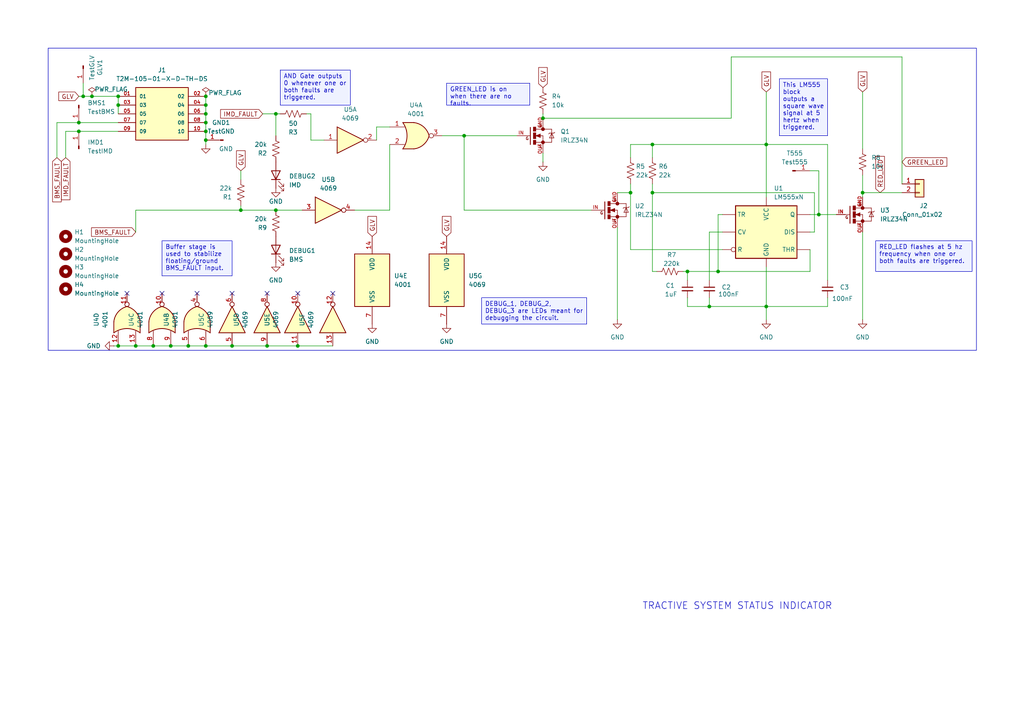
<source format=kicad_sch>
(kicad_sch (version 20250114) (generator "eeschema") (generator_version "9.0")
  (paper "A4")
  (lib_symbols
    (symbol "4xxx:4001" (pin_names (offset 1.016))
      (property "Reference" "U" (at 0 1.27 0))
      (property "Value" "4001" (at 0 -1.27 0))
      (symbol "4001_1_1"
        (arc (start -3.81 3.81) (mid -2.589 0) (end -3.81 -3.81) (stroke (width 0.254)))
        (polyline (pts (xy -3.81 3.81) (xy -0.635 3.81)) (stroke (width 0.254)) (fill (type background)))
        (polyline (pts (xy -3.81 -3.81) (xy -0.635 -3.81)) (stroke (width 0.254)) (fill (type background)))
        (arc (start 3.81 0) (mid 2.1855 -2.584) (end -0.6096 -3.81) (stroke (width 0.254)) (fill (type background)))
        (arc (start -0.6096 3.81) (mid 2.1928 2.5924) (end 3.81 0) (stroke (width 0.254)) (fill (type background)))
        (polyline (pts (xy -0.635 3.81) (xy -3.81 3.81) (xy -3.81 3.81) (xy -3.556 3.4036) (xy -3.0226 2.2606) (xy -2.6924 1.0414) (xy -2.6162 -0.254) (xy -2.7686 -1.4986) (xy -3.175 -2.7178) (xy -3.81 -3.81) (xy -3.81 -3.81) (xy -0.635 -3.81)) (stroke (width -25.4)) (fill (type background)))
        (pin input line (at -7.62 2.54 0) (length 4.318) (name "~") (number "1"))
        (pin input line (at -7.62 -2.54 0) (length 4.318) (name "~") (number "2"))
        (pin output inverted (at 7.62 0 180) (length 3.81) (name "~") (number "3"))
      )
      (symbol "4001_1_2"
        (arc (start 0 3.81) (mid 3.7934 0) (end 0 -3.81) (stroke (width 0.254)) (fill (type background)))
        (polyline (pts (xy 0 3.81) (xy -3.81 3.81) (xy -3.81 -3.81) (xy 0 -3.81)) (stroke (width 0.254)) (fill (type background)))
        (pin input inverted (at -7.62 2.54 0) (length 3.81) (name "~") (number "1"))
        (pin input inverted (at -7.62 -2.54 0) (length 3.81) (name "~") (number "2"))
        (pin output line (at 7.62 0 180) (length 3.81) (name "~") (number "3"))
      )
      (symbol "4001_2_1"
        (arc (start -3.81 3.81) (mid -2.589 0) (end -3.81 -3.81) (stroke (width 0.254)))
        (polyline (pts (xy -3.81 3.81) (xy -0.635 3.81)) (stroke (width 0.254)) (fill (type background)))
        (polyline (pts (xy -3.81 -3.81) (xy -0.635 -3.81)) (stroke (width 0.254)) (fill (type background)))
        (arc (start 3.81 0) (mid 2.1855 -2.584) (end -0.6096 -3.81) (stroke (width 0.254)) (fill (type background)))
        (arc (start -0.6096 3.81) (mid 2.1928 2.5924) (end 3.81 0) (stroke (width 0.254)) (fill (type background)))
        (polyline (pts (xy -0.635 3.81) (xy -3.81 3.81) (xy -3.81 3.81) (xy -3.556 3.4036) (xy -3.0226 2.2606) (xy -2.6924 1.0414) (xy -2.6162 -0.254) (xy -2.7686 -1.4986) (xy -3.175 -2.7178) (xy -3.81 -3.81) (xy -3.81 -3.81) (xy -0.635 -3.81)) (stroke (width -25.4)) (fill (type background)))
        (pin input line (at -7.62 2.54 0) (length 4.318) (name "~") (number "5"))
        (pin input line (at -7.62 -2.54 0) (length 4.318) (name "~") (number "6"))
        (pin output inverted (at 7.62 0 180) (length 3.81) (name "~") (number "4"))
      )
      (symbol "4001_2_2"
        (arc (start 0 3.81) (mid 3.7934 0) (end 0 -3.81) (stroke (width 0.254)) (fill (type background)))
        (polyline (pts (xy 0 3.81) (xy -3.81 3.81) (xy -3.81 -3.81) (xy 0 -3.81)) (stroke (width 0.254)) (fill (type background)))
        (pin input inverted (at -7.62 2.54 0) (length 3.81) (name "~") (number "5"))
        (pin input inverted (at -7.62 -2.54 0) (length 3.81) (name "~") (number "6"))
        (pin output line (at 7.62 0 180) (length 3.81) (name "~") (number "4"))
      )
      (symbol "4001_3_1"
        (arc (start -3.81 3.81) (mid -2.589 0) (end -3.81 -3.81) (stroke (width 0.254)))
        (polyline (pts (xy -3.81 3.81) (xy -0.635 3.81)) (stroke (width 0.254)) (fill (type background)))
        (polyline (pts (xy -3.81 -3.81) (xy -0.635 -3.81)) (stroke (width 0.254)) (fill (type background)))
        (arc (start 3.81 0) (mid 2.1855 -2.584) (end -0.6096 -3.81) (stroke (width 0.254)) (fill (type background)))
        (arc (start -0.6096 3.81) (mid 2.1928 2.5924) (end 3.81 0) (stroke (width 0.254)) (fill (type background)))
        (polyline (pts (xy -0.635 3.81) (xy -3.81 3.81) (xy -3.81 3.81) (xy -3.556 3.4036) (xy -3.0226 2.2606) (xy -2.6924 1.0414) (xy -2.6162 -0.254) (xy -2.7686 -1.4986) (xy -3.175 -2.7178) (xy -3.81 -3.81) (xy -3.81 -3.81) (xy -0.635 -3.81)) (stroke (width -25.4)) (fill (type background)))
        (pin input line (at -7.62 2.54 0) (length 4.318) (name "~") (number "8"))
        (pin input line (at -7.62 -2.54 0) (length 4.318) (name "~") (number "9"))
        (pin output inverted (at 7.62 0 180) (length 3.81) (name "~") (number "10"))
      )
      (symbol "4001_3_2"
        (arc (start 0 3.81) (mid 3.7934 0) (end 0 -3.81) (stroke (width 0.254)) (fill (type background)))
        (polyline (pts (xy 0 3.81) (xy -3.81 3.81) (xy -3.81 -3.81) (xy 0 -3.81)) (stroke (width 0.254)) (fill (type background)))
        (pin input inverted (at -7.62 2.54 0) (length 3.81) (name "~") (number "8"))
        (pin input inverted (at -7.62 -2.54 0) (length 3.81) (name "~") (number "9"))
        (pin output line (at 7.62 0 180) (length 3.81) (name "~") (number "10"))
      )
      (symbol "4001_4_1"
        (arc (start -3.81 3.81) (mid -2.589 0) (end -3.81 -3.81) (stroke (width 0.254)))
        (polyline (pts (xy -3.81 3.81) (xy -0.635 3.81)) (stroke (width 0.254)) (fill (type background)))
        (polyline (pts (xy -3.81 -3.81) (xy -0.635 -3.81)) (stroke (width 0.254)) (fill (type background)))
        (arc (start 3.81 0) (mid 2.1855 -2.584) (end -0.6096 -3.81) (stroke (width 0.254)) (fill (type background)))
        (arc (start -0.6096 3.81) (mid 2.1928 2.5924) (end 3.81 0) (stroke (width 0.254)) (fill (type background)))
        (polyline (pts (xy -0.635 3.81) (xy -3.81 3.81) (xy -3.81 3.81) (xy -3.556 3.4036) (xy -3.0226 2.2606) (xy -2.6924 1.0414) (xy -2.6162 -0.254) (xy -2.7686 -1.4986) (xy -3.175 -2.7178) (xy -3.81 -3.81) (xy -3.81 -3.81) (xy -0.635 -3.81)) (stroke (width -25.4)) (fill (type background)))
        (pin input line (at -7.62 2.54 0) (length 4.318) (name "~") (number "12"))
        (pin input line (at -7.62 -2.54 0) (length 4.318) (name "~") (number "13"))
        (pin output inverted (at 7.62 0 180) (length 3.81) (name "~") (number "11"))
      )
      (symbol "4001_4_2"
        (arc (start 0 3.81) (mid 3.7934 0) (end 0 -3.81) (stroke (width 0.254)) (fill (type background)))
        (polyline (pts (xy 0 3.81) (xy -3.81 3.81) (xy -3.81 -3.81) (xy 0 -3.81)) (stroke (width 0.254)) (fill (type background)))
        (pin input inverted (at -7.62 2.54 0) (length 3.81) (name "~") (number "12"))
        (pin input inverted (at -7.62 -2.54 0) (length 3.81) (name "~") (number "13"))
        (pin output line (at 7.62 0 180) (length 3.81) (name "~") (number "11"))
      )
      (symbol "4001_5_0"
        (pin power_in line (at 0 12.7 270) (length 5.08) (name "VDD") (number "14"))
        (pin power_in line (at 0 -12.7 90) (length 5.08) (name "VSS") (number "7"))
      )
      (symbol "4001_5_1"
        (rectangle (start -5.08 7.62) (end 5.08 -7.62) (stroke (width 0.254)) (fill (type background)))
      )
    )
    (symbol "4xxx:4069" (pin_names (offset 1.016))
      (property "Reference" "U" (at 0 1.27 0))
      (property "Value" "4069" (at 0 -1.27 0))
      (symbol "4069_1_0"
        (polyline (pts (xy -3.81 3.81) (xy -3.81 -3.81) (xy 3.81 0) (xy -3.81 3.81)) (stroke (width 0.254)) (fill (type background)))
        (pin input line (at -7.62 0 0) (length 3.81) (name "~") (number "1"))
        (pin output inverted (at 7.62 0 180) (length 3.81) (name "~") (number "2"))
      )
      (symbol "4069_2_0"
        (polyline (pts (xy -3.81 3.81) (xy -3.81 -3.81) (xy 3.81 0) (xy -3.81 3.81)) (stroke (width 0.254)) (fill (type background)))
        (pin input line (at -7.62 0 0) (length 3.81) (name "~") (number "3"))
        (pin output inverted (at 7.62 0 180) (length 3.81) (name "~") (number "4"))
      )
      (symbol "4069_3_0"
        (polyline (pts (xy -3.81 3.81) (xy -3.81 -3.81) (xy 3.81 0) (xy -3.81 3.81)) (stroke (width 0.254)) (fill (type background)))
        (pin input line (at -7.62 0 0) (length 3.81) (name "~") (number "5"))
        (pin output inverted (at 7.62 0 180) (length 3.81) (name "~") (number "6"))
      )
      (symbol "4069_4_0"
        (polyline (pts (xy -3.81 3.81) (xy -3.81 -3.81) (xy 3.81 0) (xy -3.81 3.81)) (stroke (width 0.254)) (fill (type background)))
        (pin input line (at -7.62 0 0) (length 3.81) (name "~") (number "9"))
        (pin output inverted (at 7.62 0 180) (length 3.81) (name "~") (number "8"))
      )
      (symbol "4069_5_0"
        (polyline (pts (xy -3.81 3.81) (xy -3.81 -3.81) (xy 3.81 0) (xy -3.81 3.81)) (stroke (width 0.254)) (fill (type background)))
        (pin input line (at -7.62 0 0) (length 3.81) (name "~") (number "11"))
        (pin output inverted (at 7.62 0 180) (length 3.81) (name "~") (number "10"))
      )
      (symbol "4069_6_0"
        (polyline (pts (xy -3.81 3.81) (xy -3.81 -3.81) (xy 3.81 0) (xy -3.81 3.81)) (stroke (width 0.254)) (fill (type background)))
        (pin input line (at -7.62 0 0) (length 3.81) (name "~") (number "13"))
        (pin output inverted (at 7.62 0 180) (length 3.81) (name "~") (number "12"))
      )
      (symbol "4069_7_0"
        (pin power_in line (at 0 12.7 270) (length 5.08) (name "VDD") (number "14"))
        (pin power_in line (at 0 -12.7 90) (length 5.08) (name "VSS") (number "7"))
      )
      (symbol "4069_7_1"
        (rectangle (start -5.08 7.62) (end 5.08 -7.62) (stroke (width 0.254)) (fill (type background)))
      )
    )
    (symbol "Connector:Conn_01x01_Pin" (pin_names (offset 1.016) (hide yes))
      (property "Reference" "J" (at 0 2.54 0))
      (property "Value" "Conn_01x01_Pin" (at 0 -2.54 0))
      (symbol "Conn_01x01_Pin_1_1"
        (rectangle (start 0.8636 0.127) (end 0 -0.127) (stroke (width 0.1524)) (fill (type outline)))
        (polyline (pts (xy 1.27 0) (xy 0.8636 0)) (stroke (width 0.1524)))
        (pin passive line (at 5.08 0 180) (length 3.81) (name "Pin_1") (number "1"))
      )
    )
    (symbol "Connector_Generic:Conn_01x02" (pin_names (offset 1.016) (hide yes))
      (property "Reference" "J" (at 0 2.54 0))
      (property "Value" "Conn_01x02" (at 0 -5.08 0))
      (symbol "Conn_01x02_1_1"
        (rectangle (start -1.27 1.27) (end 1.27 -3.81) (stroke (width 0.254)) (fill (type background)))
        (rectangle (start -1.27 0.127) (end 0 -0.127) (stroke (width 0.1524)))
        (rectangle (start -1.27 -2.413) (end 0 -2.667) (stroke (width 0.1524)))
        (pin passive line (at -5.08 0 0) (length 3.81) (name "Pin_1") (number "1"))
        (pin passive line (at -5.08 -2.54 0) (length 3.81) (name "Pin_2") (number "2"))
      )
    )
    (symbol "Device:C_Small" (pin_numbers (hide yes)) (pin_names (offset 0.254) (hide yes))
      (property "Reference" "C" (at 0.254 1.778 0))
      (property "Value" "C_Small" (at 0.254 -2.032 0))
      (symbol "C_Small_0_1"
        (polyline (pts (xy -1.524 0.508) (xy 1.524 0.508)) (stroke (width 0.3048)))
        (polyline (pts (xy -1.524 -0.508) (xy 1.524 -0.508)) (stroke (width 0.3302)))
      )
      (symbol "C_Small_1_1"
        (pin passive line (at 0 2.54 270) (length 2.032) (name "~") (number "1"))
        (pin passive line (at 0 -2.54 90) (length 2.032) (name "~") (number "2"))
      )
    )
    (symbol "Device:LED" (pin_numbers (hide yes)) (pin_names (offset 1.016) (hide yes))
      (property "Reference" "D" (at 0 2.54 0))
      (property "Value" "LED" (at 0 -2.54 0))
      (symbol "LED_0_1"
        (polyline (pts (xy -3.048 -0.762) (xy -4.572 -2.286) (xy -3.81 -2.286) (xy -4.572 -2.286) (xy -4.572 -1.524)))
        (polyline (pts (xy -1.778 -0.762) (xy -3.302 -2.286) (xy -2.54 -2.286) (xy -3.302 -2.286) (xy -3.302 -1.524)))
        (polyline (pts (xy -1.27 0) (xy 1.27 0)))
        (polyline (pts (xy -1.27 -1.27) (xy -1.27 1.27)) (stroke (width 0.254)))
        (polyline (pts (xy 1.27 -1.27) (xy 1.27 1.27) (xy -1.27 0) (xy 1.27 -1.27)) (stroke (width 0.254)))
      )
      (symbol "LED_1_1"
        (pin passive line (at -3.81 0 0) (length 2.54) (name "K") (number "1"))
        (pin passive line (at 3.81 0 180) (length 2.54) (name "A") (number "2"))
      )
    )
    (symbol "Device:R_US" (pin_numbers (hide yes)) (pin_names (offset 0))
      (property "Reference" "R" (at 2.54 0 90))
      (property "Value" "R_US" (at -2.54 0 90))
      (symbol "R_US_0_1"
        (polyline (pts (xy 0 2.286) (xy 0 2.54)))
        (polyline (pts (xy 0 2.286) (xy 1.016 1.905) (xy 0 1.524) (xy -1.016 1.143) (xy 0 0.762)))
        (polyline (pts (xy 0 0.762) (xy 1.016 0.381) (xy 0 0) (xy -1.016 -0.381) (xy 0 -0.762)))
        (polyline (pts (xy 0 -0.762) (xy 1.016 -1.143) (xy 0 -1.524) (xy -1.016 -1.905) (xy 0 -2.286)))
        (polyline (pts (xy 0 -2.286) (xy 0 -2.54)))
      )
      (symbol "R_US_1_1"
        (pin passive line (at 0 3.81 270) (length 1.27) (name "~") (number "1"))
        (pin passive line (at 0 -3.81 90) (length 1.27) (name "~") (number "2"))
      )
    )
    (symbol "IRLZ34N:IRLZ34N" (pin_names (offset 1.016))
      (property "Reference" "U" (at 5.0824 2.5412 0))
      (property "Value" "IRLZ34N" (at 5.0935 0 0))
      (symbol "IRLZ34N_0_0"
        (polyline (pts (xy -3.81 0) (xy -5.08 0)) (stroke (width 0.1524)))
        (polyline (pts (xy -3.6576 2.413) (xy -3.6576 -2.54)) (stroke (width 0.254)))
        (rectangle (start -2.8035 -2.5486) (end -2.032 -1.27) (stroke (width 0.1)) (fill (type outline)))
        (rectangle (start -2.8025 1.2739) (end -2.032 2.54) (stroke (width 0.1)) (fill (type outline)))
        (rectangle (start -2.7953 -0.8894) (end -2.032 0.889) (stroke (width 0.1)) (fill (type outline)))
        (polyline (pts (xy -2.032 0) (xy -0.762 -0.508)) (stroke (width 0.1524)))
        (polyline (pts (xy -2.032 -1.905) (xy 0 -1.905)) (stroke (width 0.1524)))
        (polyline (pts (xy -1.778 0) (xy -0.889 -0.254)) (stroke (width 0.3048)))
        (polyline (pts (xy -0.889 0.254) (xy -1.778 0)) (stroke (width 0.3048)))
        (polyline (pts (xy -0.889 0) (xy -1.143 0)) (stroke (width 0.3048)))
        (polyline (pts (xy -0.889 0) (xy 0 0)) (stroke (width 0.1524)))
        (polyline (pts (xy -0.889 -0.254) (xy -0.889 0)) (stroke (width 0.3048)))
        (polyline (pts (xy -0.762 0.508) (xy -2.032 0)) (stroke (width 0.1524)))
        (polyline (pts (xy -0.762 -0.508) (xy -0.762 0.508)) (stroke (width 0.1524)))
        (polyline (pts (xy 0 2.54) (xy 0 1.905)) (stroke (width 0.1524)))
        (circle (center 0 1.905) (radius 0.127) (stroke (width 0.4064)))
        (polyline (pts (xy 0 1.905) (xy -2.0066 1.905)) (stroke (width 0.1524)))
        (polyline (pts (xy 0 1.905) (xy 2.54 1.905)) (stroke (width 0.1524)))
        (polyline (pts (xy 0 0) (xy 0 -1.905)) (stroke (width 0.1524)))
        (polyline (pts (xy 0 -1.905) (xy 0 -2.54)) (stroke (width 0.1524)))
        (circle (center 0 -1.905) (radius 0.127) (stroke (width 0.4064)))
        (polyline (pts (xy 1.905 0.762) (xy 1.651 0.508)) (stroke (width 0.1524)))
        (polyline (pts (xy 1.905 0.762) (xy 2.54 0.762)) (stroke (width 0.1524)))
        (polyline (pts (xy 1.905 -0.635) (xy 3.175 -0.635)) (stroke (width 0.1524)))
        (polyline (pts (xy 2.54 1.905) (xy 2.54 0.762)) (stroke (width 0.1524)))
        (polyline (pts (xy 2.54 0.762) (xy 1.905 -0.635)) (stroke (width 0.1524)))
        (polyline (pts (xy 2.54 0.762) (xy 2.54 -1.905)) (stroke (width 0.1524)))
        (polyline (pts (xy 2.54 0.762) (xy 3.175 0.762)) (stroke (width 0.1524)))
        (polyline (pts (xy 2.54 -1.905) (xy 0 -1.905)) (stroke (width 0.1524)))
        (polyline (pts (xy 3.175 0.762) (xy 3.429 1.016)) (stroke (width 0.1524)))
        (polyline (pts (xy 3.175 -0.635) (xy 2.54 0.762)) (stroke (width 0.1524)))
        (text "G" (at -5.0938 -1.2735 0) (effects (font (size 0.815 0.815)) (justify left bottom)))
        (text "S" (at -1.2741 -3.5676 0) (effects (font (size 0.8154 0.8154)) (justify left bottom)))
        (text "D" (at -1.2712 2.5424 0) (effects (font (size 0.8136 0.8136)) (justify left bottom)))
        (pin passive line (at -7.62 0 0) (length 2.54) (name "~") (number "IN"))
        (pin passive line (at 0 5.08 270) (length 2.54) (name "~") (number "GND"))
        (pin passive line (at 0 -5.08 90) (length 2.54) (name "~") (number "OUT"))
      )
    )
    (symbol "IRLZ34N_1" (pin_names (offset 1.016))
      (property "Reference" "U" (at 5.0824 2.5412 0))
      (property "Value" "IRLZ34N" (at 5.0935 0 0))
      (symbol "IRLZ34N_1_0_0"
        (polyline (pts (xy -3.81 0) (xy -5.08 0)) (stroke (width 0.1524)))
        (polyline (pts (xy -3.6576 2.413) (xy -3.6576 -2.54)) (stroke (width 0.254)))
        (rectangle (start -2.8035 -2.5486) (end -2.032 -1.27) (stroke (width 0.1)) (fill (type outline)))
        (rectangle (start -2.8025 1.2739) (end -2.032 2.54) (stroke (width 0.1)) (fill (type outline)))
        (rectangle (start -2.7953 -0.8894) (end -2.032 0.889) (stroke (width 0.1)) (fill (type outline)))
        (polyline (pts (xy -2.032 0) (xy -0.762 -0.508)) (stroke (width 0.1524)))
        (polyline (pts (xy -2.032 -1.905) (xy 0 -1.905)) (stroke (width 0.1524)))
        (polyline (pts (xy -1.778 0) (xy -0.889 -0.254)) (stroke (width 0.3048)))
        (polyline (pts (xy -0.889 0.254) (xy -1.778 0)) (stroke (width 0.3048)))
        (polyline (pts (xy -0.889 0) (xy -1.143 0)) (stroke (width 0.3048)))
        (polyline (pts (xy -0.889 0) (xy 0 0)) (stroke (width 0.1524)))
        (polyline (pts (xy -0.889 -0.254) (xy -0.889 0)) (stroke (width 0.3048)))
        (polyline (pts (xy -0.762 0.508) (xy -2.032 0)) (stroke (width 0.1524)))
        (polyline (pts (xy -0.762 -0.508) (xy -0.762 0.508)) (stroke (width 0.1524)))
        (polyline (pts (xy 0 2.54) (xy 0 1.905)) (stroke (width 0.1524)))
        (circle (center 0 1.905) (radius 0.127) (stroke (width 0.4064)))
        (polyline (pts (xy 0 1.905) (xy -2.0066 1.905)) (stroke (width 0.1524)))
        (polyline (pts (xy 0 1.905) (xy 2.54 1.905)) (stroke (width 0.1524)))
        (polyline (pts (xy 0 0) (xy 0 -1.905)) (stroke (width 0.1524)))
        (polyline (pts (xy 0 -1.905) (xy 0 -2.54)) (stroke (width 0.1524)))
        (circle (center 0 -1.905) (radius 0.127) (stroke (width 0.4064)))
        (polyline (pts (xy 1.905 0.762) (xy 1.651 0.508)) (stroke (width 0.1524)))
        (polyline (pts (xy 1.905 0.762) (xy 2.54 0.762)) (stroke (width 0.1524)))
        (polyline (pts (xy 1.905 -0.635) (xy 3.175 -0.635)) (stroke (width 0.1524)))
        (polyline (pts (xy 2.54 1.905) (xy 2.54 0.762)) (stroke (width 0.1524)))
        (polyline (pts (xy 2.54 0.762) (xy 1.905 -0.635)) (stroke (width 0.1524)))
        (polyline (pts (xy 2.54 0.762) (xy 2.54 -1.905)) (stroke (width 0.1524)))
        (polyline (pts (xy 2.54 0.762) (xy 3.175 0.762)) (stroke (width 0.1524)))
        (polyline (pts (xy 2.54 -1.905) (xy 0 -1.905)) (stroke (width 0.1524)))
        (polyline (pts (xy 3.175 0.762) (xy 3.429 1.016)) (stroke (width 0.1524)))
        (polyline (pts (xy 3.175 -0.635) (xy 2.54 0.762)) (stroke (width 0.1524)))
        (text "G" (at -5.0938 -1.2735 0) (effects (font (size 0.815 0.815)) (justify left bottom)))
        (text "S" (at -1.2741 -3.5676 0) (effects (font (size 0.8154 0.8154)) (justify left bottom)))
        (text "D" (at -1.2712 2.5424 0) (effects (font (size 0.8136 0.8136)) (justify left bottom)))
      )
      (symbol "IRLZ34N_1_1_0"
        (pin passive line (at -7.62 0 0) (length 2.54) (name "~") (number "IN"))
        (pin passive line (at 0 5.08 270) (length 2.54) (name "~") (number "GND"))
        (pin passive line (at 0 -5.08 90) (length 2.54) (name "~") (number "OUT"))
      )
    )
    (symbol "IRLZ34N_2" (pin_names (offset 1.016))
      (property "Reference" "U" (at 5.0824 2.5412 0))
      (property "Value" "IRLZ34N" (at 5.0935 0 0))
      (symbol "IRLZ34N_2_0_0"
        (polyline (pts (xy -3.81 0) (xy -5.08 0)) (stroke (width 0.1524)))
        (polyline (pts (xy -3.6576 2.413) (xy -3.6576 -2.54)) (stroke (width 0.254)))
        (rectangle (start -2.8035 -2.5486) (end -2.032 -1.27) (stroke (width 0.1)) (fill (type outline)))
        (rectangle (start -2.8025 1.2739) (end -2.032 2.54) (stroke (width 0.1)) (fill (type outline)))
        (rectangle (start -2.7953 -0.8894) (end -2.032 0.889) (stroke (width 0.1)) (fill (type outline)))
        (polyline (pts (xy -2.032 0) (xy -0.762 -0.508)) (stroke (width 0.1524)))
        (polyline (pts (xy -2.032 -1.905) (xy 0 -1.905)) (stroke (width 0.1524)))
        (polyline (pts (xy -1.778 0) (xy -0.889 -0.254)) (stroke (width 0.3048)))
        (polyline (pts (xy -0.889 0.254) (xy -1.778 0)) (stroke (width 0.3048)))
        (polyline (pts (xy -0.889 0) (xy -1.143 0)) (stroke (width 0.3048)))
        (polyline (pts (xy -0.889 0) (xy 0 0)) (stroke (width 0.1524)))
        (polyline (pts (xy -0.889 -0.254) (xy -0.889 0)) (stroke (width 0.3048)))
        (polyline (pts (xy -0.762 0.508) (xy -2.032 0)) (stroke (width 0.1524)))
        (polyline (pts (xy -0.762 -0.508) (xy -0.762 0.508)) (stroke (width 0.1524)))
        (polyline (pts (xy 0 2.54) (xy 0 1.905)) (stroke (width 0.1524)))
        (circle (center 0 1.905) (radius 0.127) (stroke (width 0.4064)))
        (polyline (pts (xy 0 1.905) (xy -2.0066 1.905)) (stroke (width 0.1524)))
        (polyline (pts (xy 0 1.905) (xy 2.54 1.905)) (stroke (width 0.1524)))
        (polyline (pts (xy 0 0) (xy 0 -1.905)) (stroke (width 0.1524)))
        (polyline (pts (xy 0 -1.905) (xy 0 -2.54)) (stroke (width 0.1524)))
        (circle (center 0 -1.905) (radius 0.127) (stroke (width 0.4064)))
        (polyline (pts (xy 1.905 0.762) (xy 1.651 0.508)) (stroke (width 0.1524)))
        (polyline (pts (xy 1.905 0.762) (xy 2.54 0.762)) (stroke (width 0.1524)))
        (polyline (pts (xy 1.905 -0.635) (xy 3.175 -0.635)) (stroke (width 0.1524)))
        (polyline (pts (xy 2.54 1.905) (xy 2.54 0.762)) (stroke (width 0.1524)))
        (polyline (pts (xy 2.54 0.762) (xy 1.905 -0.635)) (stroke (width 0.1524)))
        (polyline (pts (xy 2.54 0.762) (xy 2.54 -1.905)) (stroke (width 0.1524)))
        (polyline (pts (xy 2.54 0.762) (xy 3.175 0.762)) (stroke (width 0.1524)))
        (polyline (pts (xy 2.54 -1.905) (xy 0 -1.905)) (stroke (width 0.1524)))
        (polyline (pts (xy 3.175 0.762) (xy 3.429 1.016)) (stroke (width 0.1524)))
        (polyline (pts (xy 3.175 -0.635) (xy 2.54 0.762)) (stroke (width 0.1524)))
        (text "G" (at -5.0938 -1.2735 0) (effects (font (size 0.815 0.815)) (justify left bottom)))
        (text "S" (at -1.2741 -3.5676 0) (effects (font (size 0.8154 0.8154)) (justify left bottom)))
        (text "D" (at -1.2712 2.5424 0) (effects (font (size 0.8136 0.8136)) (justify left bottom)))
      )
      (symbol "IRLZ34N_2_1_0"
        (pin passive line (at -7.62 0 0) (length 2.54) (name "~") (number "IN"))
        (pin passive line (at 0 5.08 270) (length 2.54) (name "~") (number "GND"))
        (pin passive line (at 0 -5.08 90) (length 2.54) (name "~") (number "OUT"))
      )
    )
    (symbol "Mechanical:MountingHole" (pin_names (offset 1.016)) (exclude_from_sim yes) (in_bom no)
      (property "Reference" "H" (at 0 5.08 0))
      (property "Value" "MountingHole" (at 0 3.175 0))
      (symbol "MountingHole_0_1"
        (circle (center 0 0) (radius 1.27) (stroke (width 1.27)))
      )
    )
    (symbol "MountingHole_1" (pin_names (offset 1.016)) (exclude_from_sim yes) (in_bom no)
      (property "Reference" "H" (at 0 5.08 0))
      (property "Value" "MountingHole" (at 0 3.175 0))
      (symbol "MountingHole_1_0_1"
        (circle (center 0 0) (radius 1.27) (stroke (width 1.27)))
      )
    )
    (symbol "MountingHole_2" (pin_names (offset 1.016)) (exclude_from_sim yes) (in_bom no)
      (property "Reference" "H" (at 0 5.08 0))
      (property "Value" "MountingHole" (at 0 3.175 0))
      (symbol "MountingHole_2_0_1"
        (circle (center 0 0) (radius 1.27) (stroke (width 1.27)))
      )
    )
    (symbol "MountingHole_3" (pin_names (offset 1.016)) (exclude_from_sim yes) (in_bom no)
      (property "Reference" "H" (at 0 5.08 0))
      (property "Value" "MountingHole" (at 0 3.175 0))
      (symbol "MountingHole_3_0_1"
        (circle (center 0 0) (radius 1.27) (stroke (width 1.27)))
      )
    )
    (symbol "T2M-105-01-X-D-TH-DS:T2M-105-01-X-D-TH-DS" (pin_names (offset 1.016))
      (property "Reference" "J" (at -7.62 8.382 0))
      (property "Value" "T2M-105-01-X-D-TH-DS" (at -7.62 -10.16 0))
      (symbol "T2M-105-01-X-D-TH-DS_0_0"
        (rectangle (start -7.62 -7.62) (end 7.62 7.62) (stroke (width 0.254)) (fill (type background)))
        (pin passive line (at -12.7 5.08 0) (length 5.08) (name "01") (number "01"))
        (pin passive line (at -12.7 2.54 0) (length 5.08) (name "03") (number "03"))
        (pin passive line (at -12.7 0 0) (length 5.08) (name "05") (number "05"))
        (pin passive line (at -12.7 -2.54 0) (length 5.08) (name "07") (number "07"))
        (pin passive line (at -12.7 -5.08 0) (length 5.08) (name "09") (number "09"))
        (pin passive line (at 12.7 5.08 180) (length 5.08) (name "02") (number "02"))
        (pin passive line (at 12.7 2.54 180) (length 5.08) (name "04") (number "04"))
        (pin passive line (at 12.7 0 180) (length 5.08) (name "06") (number "06"))
        (pin passive line (at 12.7 -2.54 180) (length 5.08) (name "08") (number "08"))
        (pin passive line (at 12.7 -5.08 180) (length 5.08) (name "10") (number "10"))
      )
    )
    (symbol "Timer:LM555xN" (pin_numbers (hide yes))
      (property "Reference" "U" (at -10.16 8.89 0))
      (property "Value" "LM555xN" (at 2.54 8.89 0))
      (symbol "LM555xN_0_0"
        (pin power_in line (at 0 10.16 270) (length 2.54) (name "VCC") (number "8"))
        (pin power_in line (at 0 -10.16 90) (length 2.54) (name "GND") (number "1"))
      )
      (symbol "LM555xN_0_1"
        (rectangle (start -8.89 -7.62) (end 8.89 7.62) (stroke (width 0.254)) (fill (type background)))
        (rectangle (start -8.89 -7.62) (end 8.89 7.62) (stroke (width 0.254)) (fill (type background)))
      )
      (symbol "LM555xN_1_1"
        (pin input line (at -12.7 5.08 0) (length 3.81) (name "TR") (number "2"))
        (pin input line (at -12.7 0 0) (length 3.81) (name "CV") (number "5"))
        (pin input inverted (at -12.7 -5.08 0) (length 3.81) (name "R") (number "4"))
        (pin output line (at 12.7 5.08 180) (length 3.81) (name "Q") (number "3"))
        (pin input line (at 12.7 0 180) (length 3.81) (name "DIS") (number "7"))
        (pin input line (at 12.7 -5.08 180) (length 3.81) (name "THR") (number "6"))
      )
    )
    (symbol "power:GND" (power) (pin_numbers (hide yes)) (pin_names (offset 0) (hide yes))
      (property "Value" "GND" (at 0 -3.81 0))
      (symbol "GND_0_1"
        (polyline (pts (xy 0 0) (xy 0 -1.27) (xy 1.27 -1.27) (xy 0 -2.54) (xy -1.27 -1.27) (xy 0 -1.27)))
      )
      (symbol "GND_1_1"
        (pin power_in line (at 0 0 270) (length 0) (name "~") (number "1"))
      )
    )
    (symbol "power:PWR_FLAG" (power) (pin_numbers (hide yes)) (pin_names (offset 0) (hide yes))
      (property "Value" "PWR_FLAG" (at 0 3.81 0))
      (symbol "PWR_FLAG_0_0"
        (pin power_out line (at 0 0 90) (length 0) (name "~") (number "1"))
      )
      (symbol "PWR_FLAG_0_1"
        (polyline (pts (xy 0 0) (xy 0 1.27) (xy -1.016 1.905) (xy 0 2.54) (xy 1.016 1.905) (xy 0 1.27)))
      )
    )
  )
  (rectangle (start 13.97 13.97) (end 283.21 101.6))
  (text "TRACTIVE SYSTEM STATUS INDICATOR\n\n\n" (at 213.868 179.07 0) (effects (font (size 2 2))))
  (text_box "RED_LED flashes at 5 hz frequency when one or both faults are triggered." (at 254 69.85 0) (size 27.94 8.89) (margins 0.9525 0.9525 0.9525 0.9525) (fill (type color) (color 239 242 255 1)) (effects (font (size 1.27 1.27)) (justify left top)))
  (text_box "This LM555 block outputs a square wave signal at 5 hertz when triggered." (at 226.06 22.86 0) (size 13.97 16.51) (margins 0.9525 0.9525 0.9525 0.9525) (fill (type color) (color 239 242 255 1)) (effects (font (size 1.27 1.27)) (justify left top)))
  (text_box "DEBUG_1, DEBUG_2, DEBUG_3 are LEDs meant for debugging the circuit.\n" (at 139.7 86.36 0) (size 30.48 7.62) (margins 0.9525 0.9525 0.9525 0.9525) (fill (type color) (color 239 242 255 1)) (effects (font (size 1.27 1.27)) (justify left top)))
  (text_box "AND Gate outputs 0 whenever one or both faults are triggered." (at 81.28 20.32 0) (size 20.32 10.16) (margins 0.9525 0.9525 0.9525 0.9525) (fill (type color) (color 239 242 255 1)) (effects (font (size 1.27 1.27)) (justify left top)))
  (text_box "Buffer stage is used to stabilize floating/ground BMS_FAULT input." (at 46.99 69.85 0) (size 20.32 10.16) (margins 0.9525 0.9525 0.9525 0.9525) (fill (type color) (color 239 242 255 1)) (effects (font (size 1.27 1.27)) (justify left top)))
  (text_box "GREEN_LED is on when there are no faults." (at 129.54 24.13 0) (size 24.13 6.35) (margins 0.9525 0.9525 0.9525 0.9525) (fill (type color) (color 239 242 255 1)) (effects (font (size 1.27 1.27)) (justify left top)))
  (junction (at 189.23 41.91))
  (junction (at 157.48 34.29))
  (junction (at 208.28 78.74))
  (junction (at 80.01 33.02))
  (junction (at 24.13 27.94))
  (junction (at 49.53 100.33))
  (junction (at 34.29 27.94))
  (junction (at 222.25 41.91))
  (junction (at 54.61 100.33))
  (junction (at 86.36 100.33))
  (junction (at 59.69 40.64))
  (junction (at 26.67 27.94))
  (junction (at 44.45 100.33))
  (junction (at 59.69 38.1))
  (junction (at 222.25 88.9))
  (junction (at 67.31 100.33))
  (junction (at 34.29 30.48))
  (junction (at 59.69 30.48))
  (junction (at 250.19 55.88))
  (junction (at 77.47 100.33))
  (junction (at 59.69 100.33))
  (junction (at 39.37 100.33))
  (junction (at 80.01 60.96))
  (junction (at 59.69 27.94))
  (junction (at 22.86 38.1))
  (junction (at 59.69 35.56))
  (junction (at 237.49 62.23))
  (junction (at 22.86 35.56))
  (junction (at 59.69 33.02))
  (junction (at 205.74 88.9))
  (junction (at 69.85 60.96))
  (junction (at 199.39 78.74))
  (junction (at 134.62 39.37))
  (junction (at 182.88 55.88))
  (junction (at 189.23 55.88))
  (junction (at 34.29 100.33))
  (no_connect (at 67.31 85.09))
  (no_connect (at 57.15 85.09))
  (no_connect (at 46.99 85.09))
  (no_connect (at 86.36 85.09))
  (no_connect (at 77.47 85.09))
  (no_connect (at 36.83 85.09))
  (no_connect (at 96.52 85.09))
  (wire (pts (xy 88.9 33.02) (xy 90.17 33.02)))
  (wire (pts (xy 198.12 78.74) (xy 199.39 78.74)))
  (wire (pts (xy 222.25 26.67) (xy 222.25 41.91)))
  (wire (pts (xy 16.51 35.56) (xy 22.86 35.56)))
  (wire (pts (xy 189.23 55.88) (xy 236.22 55.88)))
  (wire (pts (xy 240.03 41.91) (xy 222.25 41.91)))
  (wire (pts (xy 34.29 30.48) (xy 34.29 33.02)))
  (wire (pts (xy 134.62 39.37) (xy 149.86 39.37)))
  (wire (pts (xy 39.37 60.96) (xy 69.85 60.96)))
  (wire (pts (xy 179.07 66.04) (xy 179.07 92.71)))
  (wire (pts (xy 182.88 41.91) (xy 189.23 41.91)))
  (wire (pts (xy 199.39 78.74) (xy 208.28 78.74)))
  (wire (pts (xy 250.19 55.88) (xy 250.19 57.15)))
  (wire (pts (xy 134.62 60.96) (xy 171.45 60.96)))
  (wire (pts (xy 54.61 100.33) (xy 59.69 100.33)))
  (wire (pts (xy 234.95 72.39) (xy 234.95 78.74)))
  (wire (pts (xy 26.67 27.94) (xy 34.29 27.94)))
  (wire (pts (xy 24.13 24.13) (xy 24.13 27.94)))
  (wire (pts (xy 34.29 27.94) (xy 34.29 30.48)))
  (wire (pts (xy 199.39 81.28) (xy 199.39 78.74)))
  (wire (pts (xy 90.17 33.02) (xy 90.17 40.64)))
  (wire (pts (xy 76.2 33.02) (xy 80.01 33.02)))
  (wire (pts (xy 134.62 39.37) (xy 134.62 60.96)))
  (wire (pts (xy 80.01 33.02) (xy 81.28 33.02)))
  (wire (pts (xy 205.74 67.31) (xy 205.74 81.28)))
  (wire (pts (xy 19.05 38.1) (xy 22.86 38.1)))
  (wire (pts (xy 86.36 100.33) (xy 96.52 100.33)))
  (wire (pts (xy 222.25 41.91) (xy 189.23 41.91)))
  (wire (pts (xy 77.47 100.33) (xy 86.36 100.33)))
  (wire (pts (xy 182.88 53.34) (xy 182.88 55.88)))
  (wire (pts (xy 59.69 35.56) (xy 59.69 38.1)))
  (wire (pts (xy 22.86 38.1) (xy 34.29 38.1)))
  (wire (pts (xy 240.03 81.28) (xy 240.03 41.91)))
  (wire (pts (xy 182.88 72.39) (xy 209.55 72.39)))
  (wire (pts (xy 189.23 41.91) (xy 189.23 45.72)))
  (wire (pts (xy 69.85 59.69) (xy 69.85 60.96)))
  (wire (pts (xy 157.48 34.29) (xy 212.09 34.29)))
  (wire (pts (xy 59.69 100.33) (xy 67.31 100.33)))
  (wire (pts (xy 250.19 26.67) (xy 250.19 43.18)))
  (wire (pts (xy 222.25 88.9) (xy 240.03 88.9)))
  (wire (pts (xy 261.62 16.51) (xy 261.62 53.34)))
  (wire (pts (xy 199.39 88.9) (xy 199.39 86.36)))
  (wire (pts (xy 22.86 27.94) (xy 24.13 27.94)))
  (wire (pts (xy 16.51 45.72) (xy 16.51 35.56)))
  (wire (pts (xy 209.55 67.31) (xy 205.74 67.31)))
  (wire (pts (xy 109.22 40.64) (xy 109.22 36.83)))
  (wire (pts (xy 33.02 100.33) (xy 34.29 100.33)))
  (wire (pts (xy 222.25 88.9) (xy 222.25 92.71)))
  (wire (pts (xy 189.23 55.88) (xy 189.23 53.34)))
  (wire (pts (xy 250.19 67.31) (xy 250.19 92.71)))
  (wire (pts (xy 80.01 33.02) (xy 80.01 39.37)))
  (wire (pts (xy 49.53 100.33) (xy 54.61 100.33)))
  (wire (pts (xy 209.55 62.23) (xy 208.28 62.23)))
  (wire (pts (xy 208.28 62.23) (xy 208.28 78.74)))
  (wire (pts (xy 59.69 38.1) (xy 59.69 40.64)))
  (wire (pts (xy 59.69 30.48) (xy 59.69 33.02)))
  (wire (pts (xy 237.49 49.53) (xy 237.49 62.23)))
  (wire (pts (xy 59.69 27.94) (xy 59.69 30.48)))
  (wire (pts (xy 182.88 55.88) (xy 182.88 72.39)))
  (wire (pts (xy 19.05 45.72) (xy 19.05 38.1)))
  (wire (pts (xy 80.01 60.96) (xy 87.63 60.96)))
  (wire (pts (xy 212.09 34.29) (xy 212.09 16.51)))
  (wire (pts (xy 24.13 27.94) (xy 26.67 27.94)))
  (wire (pts (xy 212.09 16.51) (xy 261.62 16.51)))
  (wire (pts (xy 109.22 36.83) (xy 113.03 36.83)))
  (wire (pts (xy 128.27 39.37) (xy 134.62 39.37)))
  (wire (pts (xy 69.85 49.53) (xy 69.85 52.07)))
  (wire (pts (xy 205.74 88.9) (xy 222.25 88.9)))
  (wire (pts (xy 39.37 100.33) (xy 44.45 100.33)))
  (wire (pts (xy 236.22 67.31) (xy 236.22 55.88)))
  (wire (pts (xy 237.49 62.23) (xy 242.57 62.23)))
  (wire (pts (xy 234.95 67.31) (xy 236.22 67.31)))
  (wire (pts (xy 234.95 62.23) (xy 237.49 62.23)))
  (wire (pts (xy 90.17 40.64) (xy 93.98 40.64)))
  (wire (pts (xy 34.29 100.33) (xy 39.37 100.33)))
  (wire (pts (xy 189.23 55.88) (xy 189.23 78.74)))
  (wire (pts (xy 179.07 55.88) (xy 182.88 55.88)))
  (wire (pts (xy 157.48 33.02) (xy 157.48 34.29)))
  (wire (pts (xy 102.87 60.96) (xy 113.03 60.96)))
  (wire (pts (xy 240.03 88.9) (xy 240.03 86.36)))
  (wire (pts (xy 59.69 41.91) (xy 59.69 40.64)))
  (wire (pts (xy 39.37 67.31) (xy 39.37 60.96)))
  (wire (pts (xy 157.48 44.45) (xy 157.48 46.99)))
  (wire (pts (xy 205.74 86.36) (xy 205.74 88.9)))
  (wire (pts (xy 59.69 33.02) (xy 59.69 35.56)))
  (wire (pts (xy 222.25 77.47) (xy 222.25 88.9)))
  (wire (pts (xy 22.86 35.56) (xy 34.29 35.56)))
  (wire (pts (xy 234.95 49.53) (xy 237.49 49.53)))
  (wire (pts (xy 113.03 60.96) (xy 113.03 41.91)))
  (wire (pts (xy 250.19 55.88) (xy 261.62 55.88)))
  (wire (pts (xy 189.23 78.74) (xy 190.5 78.74)))
  (wire (pts (xy 44.45 100.33) (xy 49.53 100.33)))
  (wire (pts (xy 182.88 45.72) (xy 182.88 41.91)))
  (wire (pts (xy 69.85 60.96) (xy 80.01 60.96)))
  (wire (pts (xy 208.28 78.74) (xy 234.95 78.74)))
  (wire (pts (xy 250.19 50.8) (xy 250.19 55.88)))
  (wire (pts (xy 222.25 41.91) (xy 222.25 57.15)))
  (wire (pts (xy 199.39 88.9) (xy 205.74 88.9)))
  (wire (pts (xy 67.31 100.33) (xy 77.47 100.33)))
  (global_label "GLV" (shape input) (at 107.95 68.58 90) (property "Intersheetrefs" "${INTERSHEET_REFS}" (effects (hide yes))))
  (global_label "BMS_FAULT" (shape input) (at 39.37 67.31 180) (property "Intersheetrefs" "${INTERSHEET_REFS}" (effects (hide yes))))
  (global_label "GLV" (shape input) (at 129.54 68.58 90) (property "Intersheetrefs" "${INTERSHEET_REFS}" (effects (hide yes))))
  (global_label "RED_LED" (shape input) (at 255.27 55.88 90) (property "Intersheetrefs" "${INTERSHEET_REFS}" (effects (hide yes))))
  (global_label "IMD_FAULT" (shape input) (at 19.05 45.72 270) (property "Intersheetrefs" "${INTERSHEET_REFS}" (effects (hide yes))))
  (global_label "GREEN_LED" (shape input) (at 261.62 46.99 0) (property "Intersheetrefs" "${INTERSHEET_REFS}" (effects (hide yes))))
  (global_label "GLV" (shape input) (at 222.25 26.67 90) (property "Intersheetrefs" "${INTERSHEET_REFS}" (effects (hide yes))))
  (global_label "IMD_FAULT" (shape input) (at 76.2 33.02 180) (property "Intersheetrefs" "${INTERSHEET_REFS}" (effects (hide yes))))
  (global_label "BMS_FAULT" (shape input) (at 16.51 45.72 270) (property "Intersheetrefs" "${INTERSHEET_REFS}" (effects (hide yes))))
  (global_label "GLV" (shape input) (at 250.19 26.67 90) (property "Intersheetrefs" "${INTERSHEET_REFS}" (effects (hide yes))))
  (global_label "GLV" (shape input) (at 157.48 25.4 90) (property "Intersheetrefs" "${INTERSHEET_REFS}" (effects (hide yes))))
  (global_label "GLV" (shape input) (at 69.85 49.53 90) (property "Intersheetrefs" "${INTERSHEET_REFS}" (effects (hide yes))))
  (global_label "GLV" (shape input) (at 22.86 27.94 180) (property "Intersheetrefs" "${INTERSHEET_REFS}" (effects (hide yes))))
  (symbol (lib_id "4xxx:4069") (at 129.54 81.28 0) (unit 7)
    (property "Reference" "U5" (at 135.89 80.0099 0) (effects (justify left)))
    (property "Value" "4069" (at 135.89 82.5499 0) (effects (justify left)))
    (property "Footprint" "Package_SO:SOIC-14_3.9x8.7mm_P1.27mm" (effects (hide yes)))
    (property "Datasheet" "http://www.intersil.com/content/dam/Intersil/documents/cd40/cd4069ubms.pdf" (effects (hide yes)))
    (property "Description" "Hex inverter" (effects (hide yes)))
  )
  (symbol (lib_id "Connector:Conn_01x01_Pin") (at 22.86 30.48 270) (unit 1)
    (property "Reference" "BMS1" (at 25.4 29.8449 90) (effects (justify left)))
    (property "Value" "TestBMS" (at 25.4 32.3849 90) (effects (justify left)))
    (property "Footprint" "Connector_PinHeader_1.00mm:PinHeader_1x01_P1.00mm_Vertical" (effects (hide yes)))
    (property "Description" "Generic connector, single row, 01x01, script generated" (effects (hide yes)))
  )
  (symbol (lib_id "Device:C_Small") (at 205.74 83.82 0) (unit 1)
    (property "Reference" "C2" (at 209.296 83.312 0) (effects (justify left)))
    (property "Value" "100nF" (at 208.28 85.344 0) (effects (justify left)))
    (property "Footprint" "Capacitor_SMD:C_0805_2012Metric" (effects (hide yes)))
    (property "Description" "Unpolarized capacitor, small symbol" (effects (hide yes)))
  )
  (symbol (lib_id "power:GND") (at 80.01 54.61 0) (unit 1)
    (property "Reference" "#PWR05" (effects (hide yes)))
    (property "Value" "GND" (at 80.01 58.42 0))
    (property "Description" "Power symbol creates a global label with name \"GND\" , ground" (effects (hide yes)))
  )
  (symbol (lib_id "Connector:Conn_01x01_Pin") (at 24.13 19.05 270) (unit 1)
    (property "Reference" "GLV1" (at 28.956 19.558 0))
    (property "Value" "TestGLV" (at 26.67 19.685 0))
    (property "Footprint" "Connector_PinHeader_1.00mm:PinHeader_1x01_P1.00mm_Vertical" (effects (hide yes)))
    (property "Description" "Generic connector, single row, 01x01, script generated" (effects (hide yes)))
  )
  (symbol (lib_id "4xxx:4069") (at 86.36 92.71 90) (unit 5)
    (property "Reference" "U5" (at 77.47 92.71 0))
    (property "Value" "4069" (at 80.01 92.71 0))
    (property "Datasheet" "http://www.intersil.com/content/dam/Intersil/documents/cd40/cd4069ubms.pdf" (effects (hide yes)))
    (property "Description" "Hex inverter" (effects (hide yes)))
  )
  (symbol (lib_id "4xxx:4069") (at 67.31 92.71 90) (unit 3)
    (property "Reference" "U5" (at 58.42 92.71 0))
    (property "Value" "4069" (at 60.96 92.71 0))
    (property "Datasheet" "http://www.intersil.com/content/dam/Intersil/documents/cd40/cd4069ubms.pdf" (effects (hide yes)))
    (property "Description" "Hex inverter" (effects (hide yes)))
  )
  (symbol (lib_name "IRLZ34N_1") (lib_id "IRLZ34N:IRLZ34N") (at 157.48 39.37 0) (unit 1)
    (property "Reference" "Q1" (at 162.56 38.1484 0) (effects (justify left)))
    (property "Value" "IRLZ34N" (at 162.56 40.6884 0) (effects (justify left)))
    (property "Footprint" "Anteater-Electric-Racing electrical-pcbs main TSSI-2026.2_KiCad_Parts_IRLZ34N:TO-220_2_" (effects (hide yes)))
    (property "MF" "Infineon" (effects (hide yes)))
    (property "Description_1" "N-Channel 55 V 30A (Tc) 3.8W (Ta), 68W (Tc) Surface Mount D2PAK" (effects (hide yes)))
    (property "Package" "TO-220 Infineon" (effects (hide yes)))
    (property "Price" "None" (effects (hide yes)))
    (property "SnapEDA_Link" "https://www.snapeda.com/parts/IRLZ34N/Infineon/view-part/?ref=snap" (effects (hide yes)))
    (property "MP" "IRLZ34N" (effects (hide yes)))
    (property "Purchase-URL" "https://www.snapeda.com/api/url_track_click_mouser/?unipart_id=346822&manufacturer=Infineon&part_name=IRLZ34N&search_term=None" (effects (hide yes)))
    (property "Availability" "In Stock" (effects (hide yes)))
    (property "Check_prices" "https://www.snapeda.com/parts/IRLZ34N/Infineon/view-part/?ref=eda" (effects (hide yes)))
  )
  (symbol (lib_id "4xxx:4001") (at 107.95 81.28 0) (unit 5)
    (property "Reference" "U4" (at 114.3 80.0099 0) (effects (justify left)))
    (property "Value" "4001" (at 114.3 82.5499 0) (effects (justify left)))
    (property "Footprint" "Package_SO:SOIC-14_3.9x8.7mm_P1.27mm" (effects (hide yes)))
    (property "Datasheet" "http://www.intersil.com/content/dam/Intersil/documents/cd40/cd4000bms-01bms-02bms-25bms.pdf" (effects (hide yes)))
    (property "Description" "Quad Nor 2 inputs" (effects (hide yes)))
  )
  (symbol (lib_id "4xxx:4069") (at 101.6 40.64 0) (unit 1)
    (property "Reference" "U5" (at 101.6 31.75 0))
    (property "Value" "4069" (at 101.6 34.29 0))
    (property "Footprint" "Package_SO:SOIC-14_3.9x8.7mm_P1.27mm" (effects (hide yes)))
    (property "Datasheet" "http://www.intersil.com/content/dam/Intersil/documents/cd40/cd4069ubms.pdf" (effects (hide yes)))
    (property "Description" "Hex inverter" (effects (hide yes)))
  )
  (symbol (lib_id "4xxx:4001") (at 57.15 92.71 90) (unit 2)
    (property "Reference" "U4" (at 48.26 92.71 0))
    (property "Value" "4001" (at 50.8 92.71 0))
    (property "Datasheet" "http://www.intersil.com/content/dam/Intersil/documents/cd40/cd4000bms-01bms-02bms-25bms.pdf" (effects (hide yes)))
    (property "Description" "Quad Nor 2 inputs" (effects (hide yes)))
  )
  (symbol (lib_id "power:GND") (at 80.01 76.2 0) (unit 1)
    (property "Reference" "#PWR06" (effects (hide yes)))
    (property "Value" "GND" (at 80.01 81.28 0))
    (property "Description" "Power symbol creates a global label with name \"GND\" , ground" (effects (hide yes)))
  )
  (symbol (lib_id "4xxx:4069") (at 95.25 60.96 0) (unit 2)
    (property "Reference" "U5" (at 95.25 52.07 0))
    (property "Value" "4069" (at 95.25 54.61 0))
    (property "Datasheet" "http://www.intersil.com/content/dam/Intersil/documents/cd40/cd4069ubms.pdf" (effects (hide yes)))
    (property "Description" "Hex inverter" (effects (hide yes)))
  )
  (symbol (lib_id "Connector_Generic:Conn_01x02") (at 266.7 53.34 0) (unit 1)
    (property "Reference" "J2" (at 266.7 59.69 0) (effects (justify left)))
    (property "Value" "Conn_01x02" (at 261.62 62.23 0) (effects (justify left)))
    (property "Footprint" "Connector_Molex:Molex_Mini-Fit_Jr_5566-02A_2x01_P4.20mm_Vertical" (effects (hide yes)))
    (property "Description" "Generic connector, single row, 01x02, script generated (kicad-library-utils/schlib/autogen/connector/)" (effects (hide yes)))
  )
  (symbol (lib_id "Device:R_US") (at 80.01 64.77 180) (unit 1)
    (property "Reference" "R9" (at 77.47 66.0401 0) (effects (justify left)))
    (property "Value" "20k" (at 77.47 63.5001 0) (effects (justify left)))
    (property "Footprint" "Resistor_SMD:R_0805_2012Metric" (effects (hide yes)))
    (property "Description" "Resistor, US symbol" (effects (hide yes)))
  )
  (symbol (lib_id "power:GND") (at 33.02 100.33 270) (unit 1)
    (property "Reference" "#PWR02" (effects (hide yes)))
    (property "Value" "GND" (at 29.21 100.3299 90) (effects (justify right)))
    (property "Description" "Power symbol creates a global label with name \"GND\" , ground" (effects (hide yes)))
  )
  (symbol (lib_id "Timer:LM555xN") (at 222.25 67.31 0) (unit 1)
    (property "Reference" "U1" (at 224.4441 54.61 0) (effects (justify left)))
    (property "Value" "LM555xN" (at 224.4441 57.15 0) (effects (justify left)))
    (property "Footprint" "Package_DIP:DIP-8_W7.62mm" (effects (hide yes)))
    (property "Datasheet" "http://www.ti.com/lit/ds/symlink/lm555.pdf" (effects (hide yes)))
    (property "Description" "Timer, 555 compatible, PDIP-8" (effects (hide yes)))
  )
  (symbol (lib_name "IRLZ34N_2") (lib_id "IRLZ34N:IRLZ34N") (at 250.19 62.23 0) (unit 1)
    (property "Reference" "U3" (at 255.27 61.0084 0) (effects (justify left)))
    (property "Value" "IRLZ34N" (at 255.27 63.5484 0) (effects (justify left)))
    (property "Footprint" "Anteater-Electric-Racing electrical-pcbs main TSSI-2026.2_KiCad_Parts_IRLZ34N:TO-220_2_" (effects (hide yes)))
    (property "MF" "Infineon" (effects (hide yes)))
    (property "Description_1" "N-Channel 55 V 30A (Tc) 3.8W (Ta), 68W (Tc) Surface Mount D2PAK" (effects (hide yes)))
    (property "Package" "TO-220 Infineon" (effects (hide yes)))
    (property "Price" "None" (effects (hide yes)))
    (property "SnapEDA_Link" "https://www.snapeda.com/parts/IRLZ34N/Infineon/view-part/?ref=snap" (effects (hide yes)))
    (property "MP" "IRLZ34N" (effects (hide yes)))
    (property "Purchase-URL" "https://www.snapeda.com/api/url_track_click_mouser/?unipart_id=346822&manufacturer=Infineon&part_name=IRLZ34N&search_term=None" (effects (hide yes)))
    (property "Availability" "In Stock" (effects (hide yes)))
    (property "Check_prices" "https://www.snapeda.com/parts/IRLZ34N/Infineon/view-part/?ref=eda" (effects (hide yes)))
  )
  (symbol (lib_id "4xxx:4069") (at 96.52 92.71 90) (unit 6)
    (property "Reference" "U5" (at 87.63 92.71 0))
    (property "Value" "4069" (at 90.17 92.71 0))
    (property "Datasheet" "http://www.intersil.com/content/dam/Intersil/documents/cd40/cd4069ubms.pdf" (effects (hide yes)))
    (property "Description" "Hex inverter" (effects (hide yes)))
  )
  (symbol (lib_id "power:GND") (at 179.07 92.71 0) (unit 1)
    (property "Reference" "#PWR0108" (effects (hide yes)))
    (property "Value" "GND" (at 179.07 97.79 0))
    (property "Description" "Power symbol creates a global label with name \"GND\" , ground" (effects (hide yes)))
  )
  (symbol (lib_id "Device:C_Small") (at 199.39 83.82 0) (unit 1)
    (property "Reference" "C1" (at 193.04 82.804 0) (effects (justify left)))
    (property "Value" "1uF" (at 192.786 85.344 0) (effects (justify left)))
    (property "Footprint" "Capacitor_SMD:C_0805_2012Metric" (effects (hide yes)))
    (property "Description" "Unpolarized capacitor, small symbol" (effects (hide yes)))
  )
  (symbol (lib_id "Mechanical:MountingHole") (at 19.05 68.58 0) (unit 1) (exclude_from_sim yes) (in_bom no)
    (property "Reference" "H1" (at 21.59 67.3099 0) (effects (justify left)))
    (property "Value" "MountingHole" (at 21.59 69.8499 0) (effects (justify left)))
    (property "Footprint" "MountingHole:MountingHole_3.2mm_M3" (effects (hide yes)))
    (property "Description" "Mounting Hole without connection" (effects (hide yes)))
  )
  (symbol (lib_id "4xxx:4069") (at 77.47 92.71 90) (unit 4)
    (property "Reference" "U5" (at 68.58 92.71 0))
    (property "Value" "4069" (at 71.12 92.71 0))
    (property "Datasheet" "http://www.intersil.com/content/dam/Intersil/documents/cd40/cd4069ubms.pdf" (effects (hide yes)))
    (property "Description" "Hex inverter" (effects (hide yes)))
  )
  (symbol (lib_id "power:GND") (at 157.48 46.99 0) (unit 1)
    (property "Reference" "#PWR0109" (effects (hide yes)))
    (property "Value" "GND" (at 157.48 52.07 0))
    (property "Description" "Power symbol creates a global label with name \"GND\" , ground" (effects (hide yes)))
  )
  (symbol (lib_id "Device:R_US") (at 194.31 78.74 90) (unit 1)
    (property "Reference" "R7" (at 194.818 73.914 90))
    (property "Value" "220k" (at 194.818 76.454 90))
    (property "Footprint" "Resistor_SMD:R_0805_2012Metric" (effects (hide yes)))
    (property "Description" "Resistor, US symbol" (effects (hide yes)))
  )
  (symbol (lib_id "power:GND") (at 129.54 93.98 0) (unit 1)
    (property "Reference" "#PWR04" (effects (hide yes)))
    (property "Value" "GND" (at 129.54 99.06 0))
    (property "Description" "Power symbol creates a global label with name \"GND\" , ground" (effects (hide yes)))
  )
  (symbol (lib_id "Device:R_US") (at 250.19 46.99 0) (unit 1)
    (property "Reference" "R8" (at 252.73 45.7199 0) (effects (justify left)))
    (property "Value" "10k" (at 252.73 48.2599 0) (effects (justify left)))
    (property "Footprint" "Resistor_SMD:R_0805_2012Metric" (effects (hide yes)))
    (property "Description" "Resistor, US symbol" (effects (hide yes)))
  )
  (symbol (lib_name "MountingHole_3") (lib_id "Mechanical:MountingHole") (at 19.05 73.66 0) (unit 1) (exclude_from_sim yes) (in_bom no)
    (property "Reference" "H2" (at 21.59 72.3899 0) (effects (justify left)))
    (property "Value" "MountingHole" (at 21.59 74.9299 0) (effects (justify left)))
    (property "Footprint" "MountingHole:MountingHole_3.2mm_M3" (effects (hide yes)))
    (property "Description" "Mounting Hole without connection" (effects (hide yes)))
  )
  (symbol (lib_id "T2M-105-01-X-D-TH-DS:T2M-105-01-X-D-TH-DS") (at 46.99 33.02 0) (unit 1)
    (property "Reference" "J1" (at 46.99 20.32 0))
    (property "Value" "T2M-105-01-X-D-TH-DS" (at 46.99 22.86 0))
    (property "Footprint" "T2M-105-01-X-D-TH-DS:SAMTEC_T2M-105-01-X-D-TH-DS" (effects (hide yes)))
    (property "PARTREV" "G" (effects (hide yes)))
    (property "STANDARD" "Manufacturer Recommendations" (effects (hide yes)))
    (property "MAXIMUM_PACKAGE_HEIGHT" "5.79mm" (effects (hide yes)))
    (property "MANUFACTURER" "Samtec" (effects (hide yes)))
  )
  (symbol (lib_id "Device:R_US") (at 189.23 49.53 0) (unit 1)
    (property "Reference" "R6" (at 191.008 48.26 0) (effects (justify left)))
    (property "Value" "22k" (at 191.008 50.8 0) (effects (justify left)))
    (property "Footprint" "Resistor_SMD:R_0805_2012Metric" (effects (hide yes)))
    (property "Description" "Resistor, US symbol" (effects (hide yes)))
  )
  (symbol (lib_name "MountingHole_2") (lib_id "Mechanical:MountingHole") (at 19.05 83.82 0) (unit 1) (exclude_from_sim yes) (in_bom no)
    (property "Reference" "H4" (at 21.59 82.5499 0) (effects (justify left)))
    (property "Value" "MountingHole" (at 21.59 85.0899 0) (effects (justify left)))
    (property "Footprint" "MountingHole:MountingHole_3.2mm_M3" (effects (hide yes)))
    (property "Description" "Mounting Hole without connection" (effects (hide yes)))
  )
  (symbol (lib_id "Device:R_US") (at 157.48 29.21 0) (unit 1)
    (property "Reference" "R4" (at 160.02 27.9399 0) (effects (justify left)))
    (property "Value" "10k" (at 160.02 30.4799 0) (effects (justify left)))
    (property "Footprint" "Resistor_SMD:R_0805_2012Metric" (effects (hide yes)))
    (property "Description" "Resistor, US symbol" (effects (hide yes)))
  )
  (symbol (lib_id "Device:R_US") (at 182.88 49.53 0) (unit 1)
    (property "Reference" "R5" (at 184.404 48.26 0) (effects (justify left)))
    (property "Value" "22k" (at 184.404 50.8 0) (effects (justify left)))
    (property "Footprint" "Resistor_SMD:R_0805_2012Metric" (effects (hide yes)))
    (property "Description" "Resistor, US symbol" (effects (hide yes)))
  )
  (symbol (lib_id "Connector:Conn_01x01_Pin") (at 229.87 49.53 0) (unit 1)
    (property "Reference" "T555" (at 230.505 44.45 0))
    (property "Value" "Test555" (at 230.505 46.99 0))
    (property "Footprint" "Connector_PinHeader_1.00mm:PinHeader_1x01_P1.00mm_Vertical" (effects (hide yes)))
    (property "Description" "Generic connector, single row, 01x01, script generated" (effects (hide yes)))
  )
  (symbol (lib_id "Device:R_US") (at 80.01 43.18 180) (unit 1)
    (property "Reference" "R2" (at 77.47 44.4501 0) (effects (justify left)))
    (property "Value" "20k" (at 77.47 41.9101 0) (effects (justify left)))
    (property "Footprint" "Resistor_SMD:R_0805_2012Metric" (effects (hide yes)))
    (property "Description" "Resistor, US symbol" (effects (hide yes)))
  )
  (symbol (lib_id "Device:R_US") (at 69.85 55.88 180) (unit 1)
    (property "Reference" "R1" (at 67.31 57.1501 0) (effects (justify left)))
    (property "Value" "22k" (at 67.31 54.6101 0) (effects (justify left)))
    (property "Footprint" "Resistor_SMD:R_0805_2012Metric" (effects (hide yes)))
    (property "Description" "Resistor, US symbol" (effects (hide yes)))
  )
  (symbol (lib_id "Connector:Conn_01x01_Pin") (at 64.77 40.64 180) (unit 1)
    (property "Reference" "GND1" (at 64.135 35.56 0))
    (property "Value" "TestGND" (at 64.135 38.1 0))
    (property "Footprint" "Connector_PinHeader_1.00mm:PinHeader_1x01_P1.00mm_Vertical" (effects (hide yes)))
    (property "Description" "Generic connector, single row, 01x01, script generated" (effects (hide yes)))
  )
  (symbol (lib_id "Device:C_Small") (at 240.03 83.82 0) (unit 1)
    (property "Reference" "C3" (at 243.586 83.312 0) (effects (justify left)))
    (property "Value" "100nF" (at 241.3 86.614 0) (effects (justify left)))
    (property "Footprint" "Capacitor_SMD:C_0805_2012Metric" (effects (hide yes)))
    (property "Description" "Unpolarized capacitor, small symbol" (effects (hide yes)))
  )
  (symbol (lib_id "Device:LED") (at 80.01 72.39 90) (unit 1)
    (property "Reference" "DEBUG1" (at 83.82 72.7074 90) (effects (justify right)))
    (property "Value" "BMS" (at 83.82 75.2474 90) (effects (justify right)))
    (property "Footprint" "LED_THT:LED_D4.0mm" (effects (hide yes)))
    (property "Description" "Light emitting diode" (effects (hide yes)))
    (property "Sim.Pins" "1=K 2=A" (effects (hide yes)))
  )
  (symbol (lib_id "IRLZ34N:IRLZ34N") (at 179.07 60.96 0) (unit 1)
    (property "Reference" "U2" (at 184.15 59.7384 0) (effects (justify left)))
    (property "Value" "IRLZ34N" (at 184.15 62.2784 0) (effects (justify left)))
    (property "Footprint" "Anteater-Electric-Racing electrical-pcbs main TSSI-2026.2_KiCad_Parts_IRLZ34N:TO-220_2_" (effects (hide yes)))
    (property "MF" "Infineon" (effects (hide yes)))
    (property "Description_1" "N-Channel 55 V 30A (Tc) 3.8W (Ta), 68W (Tc) Surface Mount D2PAK" (effects (hide yes)))
    (property "Package" "TO-220 Infineon" (effects (hide yes)))
    (property "Price" "None" (effects (hide yes)))
    (property "SnapEDA_Link" "https://www.snapeda.com/parts/IRLZ34N/Infineon/view-part/?ref=snap" (effects (hide yes)))
    (property "MP" "IRLZ34N" (effects (hide yes)))
    (property "Purchase-URL" "https://www.snapeda.com/api/url_track_click_mouser/?unipart_id=346822&manufacturer=Infineon&part_name=IRLZ34N&search_term=None" (effects (hide yes)))
    (property "Availability" "In Stock" (effects (hide yes)))
    (property "Check_prices" "https://www.snapeda.com/parts/IRLZ34N/Infineon/view-part/?ref=eda" (effects (hide yes)))
  )
  (symbol (lib_name "MountingHole_1") (lib_id "Mechanical:MountingHole") (at 19.05 78.74 0) (unit 1) (exclude_from_sim yes) (in_bom no)
    (property "Reference" "H3" (at 21.59 77.4699 0) (effects (justify left)))
    (property "Value" "MountingHole" (at 21.59 80.0099 0) (effects (justify left)))
    (property "Footprint" "MountingHole:MountingHole_3.2mm_M3" (effects (hide yes)))
    (property "Description" "Mounting Hole without connection" (effects (hide yes)))
  )
  (symbol (lib_id "Device:LED") (at 80.01 50.8 90) (unit 1)
    (property "Reference" "DEBUG2" (at 83.82 51.1174 90) (effects (justify right)))
    (property "Value" "IMD" (at 83.82 53.6574 90) (effects (justify right)))
    (property "Footprint" "LED_THT:LED_D4.0mm" (effects (hide yes)))
    (property "Description" "Light emitting diode" (effects (hide yes)))
    (property "Sim.Pins" "1=K 2=A" (effects (hide yes)))
  )
  (symbol (lib_id "power:GND") (at 59.69 41.91 0) (unit 1)
    (property "Reference" "#PWR01" (effects (hide yes)))
    (property "Value" "GND" (at 63.5 43.1799 0) (effects (justify left)))
    (property "Description" "Power symbol creates a global label with name \"GND\" , ground" (effects (hide yes)))
  )
  (symbol (lib_id "power:PWR_FLAG") (at 59.69 27.94 0) (unit 1)
    (property "Reference" "#FLG01" (effects (hide yes)))
    (property "Value" "PWR_FLAG" (at 60.452 26.924 0) (effects (justify left)))
    (property "Description" "Special symbol for telling ERC where power comes from" (effects (hide yes)))
  )
  (symbol (lib_id "Connector:Conn_01x01_Pin") (at 22.86 43.18 90) (unit 1)
    (property "Reference" "IMD1" (at 25.4 41.2749 90) (effects (justify right)))
    (property "Value" "TestIMD" (at 25.4 43.8149 90) (effects (justify right)))
    (property "Footprint" "Connector_PinHeader_1.00mm:PinHeader_1x01_P1.00mm_Vertical" (effects (hide yes)))
    (property "Description" "Generic connector, single row, 01x01, script generated" (effects (hide yes)))
  )
  (symbol (lib_id "4xxx:4001") (at 36.83 92.71 90) (unit 4)
    (property "Reference" "U4" (at 27.94 92.71 0))
    (property "Value" "4001" (at 30.48 92.71 0))
    (property "Datasheet" "http://www.intersil.com/content/dam/Intersil/documents/cd40/cd4000bms-01bms-02bms-25bms.pdf" (effects (hide yes)))
    (property "Description" "Quad Nor 2 inputs" (effects (hide yes)))
  )
  (symbol (lib_id "power:GND") (at 107.95 93.98 0) (unit 1)
    (property "Reference" "#PWR03" (effects (hide yes)))
    (property "Value" "GND" (at 107.95 99.06 0))
    (property "Description" "Power symbol creates a global label with name \"GND\" , ground" (effects (hide yes)))
  )
  (symbol (lib_id "power:GND") (at 250.19 92.71 0) (unit 1)
    (property "Reference" "#PWR0106" (effects (hide yes)))
    (property "Value" "GND" (at 250.19 97.79 0))
    (property "Description" "Power symbol creates a global label with name \"GND\" , ground" (effects (hide yes)))
  )
  (symbol (lib_id "4xxx:4001") (at 46.99 92.71 90) (unit 3)
    (property "Reference" "U4" (at 38.1 92.71 0))
    (property "Value" "4001" (at 40.64 92.71 0))
    (property "Datasheet" "http://www.intersil.com/content/dam/Intersil/documents/cd40/cd4000bms-01bms-02bms-25bms.pdf" (effects (hide yes)))
    (property "Description" "Quad Nor 2 inputs" (effects (hide yes)))
  )
  (symbol (lib_id "power:PWR_FLAG") (at 26.67 27.94 0) (unit 1)
    (property "Reference" "#FLG02" (effects (hide yes)))
    (property "Value" "PWR_FLAG" (at 27.432 25.908 0) (effects (justify left)))
    (property "Description" "Special symbol for telling ERC where power comes from" (effects (hide yes)))
  )
  (symbol (lib_id "power:GND") (at 222.25 92.71 0) (unit 1)
    (property "Reference" "#PWR0107" (effects (hide yes)))
    (property "Value" "GND" (at 222.25 97.79 0))
    (property "Description" "Power symbol creates a global label with name \"GND\" , ground" (effects (hide yes)))
  )
  (symbol (lib_id "4xxx:4001") (at 120.65 39.37 0) (unit 1)
    (property "Reference" "U4" (at 120.65 30.48 0))
    (property "Value" "4001" (at 120.65 33.02 0))
    (property "Footprint" "Package_SO:SOIC-14_3.9x8.7mm_P1.27mm" (effects (hide yes)))
    (property "Datasheet" "http://www.intersil.com/content/dam/Intersil/documents/cd40/cd4000bms-01bms-02bms-25bms.pdf" (effects (hide yes)))
    (property "Description" "Quad Nor 2 inputs" (effects (hide yes)))
  )
  (symbol (lib_id "Device:R_US") (at 85.09 33.02 90) (unit 1)
    (property "Reference" "R3" (at 86.36 38.354 90) (effects (justify left)))
    (property "Value" "50" (at 86.36 35.814 90) (effects (justify left)))
    (property "Footprint" "Resistor_SMD:R_0805_2012Metric" (effects (hide yes)))
    (property "Description" "Resistor, US symbol" (effects (hide yes)))
  )
)
</source>
